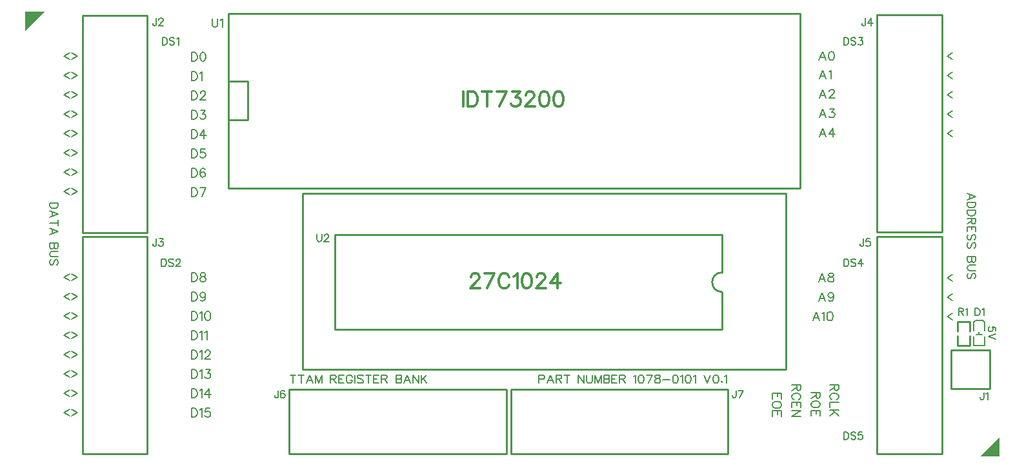
<source format=gto>
G04 Layer: TopSilkscreenLayer*
G04 EasyEDA v6.5.34, 2023-09-06 22:51:59*
G04 a86b413e394c4c25ad92b8d6a36629b7,5a6b42c53f6a479593ecc07194224c93,10*
G04 Gerber Generator version 0.2*
G04 Scale: 100 percent, Rotated: No, Reflected: No *
G04 Dimensions in millimeters *
G04 leading zeros omitted , absolute positions ,4 integer and 5 decimal *
%FSLAX45Y45*%
%MOMM*%

%ADD10C,0.1524*%
%ADD11C,0.3000*%
%ADD12C,0.2540*%
%ADD13C,0.1500*%

%LPD*%
D10*
X613135Y5217419D02*
G01*
X685777Y5258313D01*
X613135Y5299461D01*
X583161Y5217419D02*
G01*
X510263Y5258313D01*
X583161Y5299461D01*
X613135Y4963419D02*
G01*
X685777Y5004313D01*
X613135Y5045461D01*
X583161Y4963419D02*
G01*
X510263Y5004313D01*
X583161Y5045461D01*
X613135Y4709419D02*
G01*
X685777Y4750313D01*
X613135Y4791461D01*
X583161Y4709419D02*
G01*
X510263Y4750313D01*
X583161Y4791461D01*
X613135Y4455419D02*
G01*
X685777Y4496313D01*
X613135Y4537461D01*
X583161Y4455419D02*
G01*
X510263Y4496313D01*
X583161Y4537461D01*
X613135Y4201419D02*
G01*
X685777Y4242313D01*
X613135Y4283461D01*
X583161Y4201419D02*
G01*
X510263Y4242313D01*
X583161Y4283461D01*
X613135Y3947419D02*
G01*
X685777Y3988313D01*
X613135Y4029461D01*
X583161Y3947419D02*
G01*
X510263Y3988313D01*
X583161Y4029461D01*
X613135Y3693419D02*
G01*
X685777Y3734313D01*
X613135Y3775461D01*
X583161Y3693419D02*
G01*
X510263Y3734313D01*
X583161Y3775461D01*
X613135Y3439419D02*
G01*
X685777Y3480313D01*
X613135Y3521461D01*
X583161Y3439419D02*
G01*
X510263Y3480313D01*
X583161Y3521461D01*
X613158Y2309119D02*
G01*
X685805Y2350013D01*
X613158Y2391161D01*
X583189Y2309119D02*
G01*
X510291Y2350013D01*
X583189Y2391161D01*
X613158Y2055119D02*
G01*
X685805Y2096013D01*
X613158Y2137161D01*
X583189Y2055119D02*
G01*
X510291Y2096013D01*
X583189Y2137161D01*
X613158Y1801119D02*
G01*
X685805Y1842013D01*
X613158Y1883161D01*
X583189Y1801119D02*
G01*
X510291Y1842013D01*
X583189Y1883161D01*
X613158Y1547119D02*
G01*
X685805Y1588013D01*
X613158Y1629161D01*
X583189Y1547119D02*
G01*
X510291Y1588013D01*
X583189Y1629161D01*
X613158Y1293119D02*
G01*
X685805Y1334013D01*
X613158Y1375161D01*
X583189Y1293119D02*
G01*
X510291Y1334013D01*
X583189Y1375161D01*
X613158Y1039119D02*
G01*
X685805Y1080013D01*
X613158Y1121161D01*
X583189Y1039119D02*
G01*
X510291Y1080013D01*
X583189Y1121161D01*
X613158Y785119D02*
G01*
X685805Y826013D01*
X613158Y867161D01*
X583189Y785119D02*
G01*
X510291Y826013D01*
X583189Y867161D01*
X1721873Y5752350D02*
G01*
X1721873Y5679706D01*
X1717299Y5665990D01*
X1712729Y5661418D01*
X1703583Y5656846D01*
X1694695Y5656846D01*
X1685549Y5661418D01*
X1680979Y5665990D01*
X1676407Y5679706D01*
X1676407Y5688850D01*
X1756415Y5729744D02*
G01*
X1756415Y5734316D01*
X1760989Y5743206D01*
X1765559Y5747778D01*
X1774705Y5752350D01*
X1792739Y5752350D01*
X1801881Y5747778D01*
X1806455Y5743206D01*
X1811025Y5734316D01*
X1811025Y5725172D01*
X1806455Y5716028D01*
X1797309Y5702312D01*
X1751845Y5656846D01*
X1815599Y5656846D01*
X1721873Y2856750D02*
G01*
X1721873Y2784106D01*
X1717299Y2770390D01*
X1712729Y2765818D01*
X1703583Y2761246D01*
X1694695Y2761246D01*
X1685549Y2765818D01*
X1680979Y2770390D01*
X1676407Y2784106D01*
X1676407Y2793250D01*
X1760989Y2856750D02*
G01*
X1811025Y2856750D01*
X1783595Y2820428D01*
X1797309Y2820428D01*
X1806455Y2815856D01*
X1811025Y2811284D01*
X1815599Y2797822D01*
X1815599Y2788678D01*
X1811025Y2774962D01*
X1801881Y2765818D01*
X1788165Y2761246D01*
X1774705Y2761246D01*
X1760989Y2765818D01*
X1756415Y2770390D01*
X1751845Y2779534D01*
X613158Y531119D02*
G01*
X685805Y572013D01*
X613158Y613161D01*
X583189Y531119D02*
G01*
X510291Y572013D01*
X583189Y613161D01*
X1790705Y2590147D02*
G01*
X1790705Y2494643D01*
X1790705Y2590147D02*
G01*
X1822455Y2590147D01*
X1836171Y2585575D01*
X1845312Y2576431D01*
X1849887Y2567287D01*
X1854456Y2553825D01*
X1854456Y2530965D01*
X1849887Y2517249D01*
X1845312Y2508359D01*
X1836171Y2499215D01*
X1822455Y2494643D01*
X1790705Y2494643D01*
X1947928Y2576431D02*
G01*
X1938787Y2585575D01*
X1925322Y2590147D01*
X1907037Y2590147D01*
X1893321Y2585575D01*
X1884428Y2576431D01*
X1884428Y2567287D01*
X1889003Y2558397D01*
X1893321Y2553825D01*
X1902462Y2549253D01*
X1929897Y2540109D01*
X1938787Y2535537D01*
X1943356Y2530965D01*
X1947928Y2521821D01*
X1947928Y2508359D01*
X1938787Y2499215D01*
X1925322Y2494643D01*
X1907037Y2494643D01*
X1893321Y2499215D01*
X1884428Y2508359D01*
X1982472Y2567287D02*
G01*
X1982472Y2571859D01*
X1987047Y2581003D01*
X1991619Y2585575D01*
X2000763Y2590147D01*
X2018797Y2590147D01*
X2027938Y2585575D01*
X2032513Y2581003D01*
X2037085Y2571859D01*
X2037085Y2562715D01*
X2032513Y2553825D01*
X2023369Y2540109D01*
X1977903Y2494643D01*
X2041654Y2494643D01*
X1803430Y5498457D02*
G01*
X1803430Y5402953D01*
X1803430Y5498457D02*
G01*
X1835180Y5498457D01*
X1848896Y5493885D01*
X1858037Y5484741D01*
X1862612Y5475597D01*
X1866930Y5462135D01*
X1866930Y5439275D01*
X1862612Y5425559D01*
X1858037Y5416669D01*
X1848896Y5407525D01*
X1835180Y5402953D01*
X1803430Y5402953D01*
X1960653Y5484741D02*
G01*
X1951512Y5493885D01*
X1938047Y5498457D01*
X1919762Y5498457D01*
X1906046Y5493885D01*
X1897153Y5484741D01*
X1897153Y5475597D01*
X1901471Y5466707D01*
X1906046Y5462135D01*
X1915187Y5457563D01*
X1942622Y5448419D01*
X1951512Y5443847D01*
X1956081Y5439275D01*
X1960653Y5430131D01*
X1960653Y5416669D01*
X1951512Y5407525D01*
X1938047Y5402953D01*
X1919762Y5402953D01*
X1906046Y5407525D01*
X1897153Y5416669D01*
X1990628Y5480169D02*
G01*
X1999772Y5484741D01*
X2013488Y5498457D01*
X2013488Y5402953D01*
X2184400Y3524757D02*
G01*
X2184400Y3410204D01*
X2184400Y3524757D02*
G01*
X2222500Y3524757D01*
X2239009Y3519170D01*
X2249931Y3508247D01*
X2255265Y3497326D01*
X2260854Y3481070D01*
X2260854Y3453892D01*
X2255265Y3437381D01*
X2249931Y3426460D01*
X2239009Y3415537D01*
X2222500Y3410204D01*
X2184400Y3410204D01*
X2373122Y3524757D02*
G01*
X2318511Y3410204D01*
X2296668Y3524757D02*
G01*
X2373122Y3524757D01*
X2184400Y4032757D02*
G01*
X2184400Y3918204D01*
X2184400Y4032757D02*
G01*
X2222500Y4032757D01*
X2239009Y4027170D01*
X2249931Y4016247D01*
X2255265Y4005326D01*
X2260854Y3989070D01*
X2260854Y3961892D01*
X2255265Y3945381D01*
X2249931Y3934460D01*
X2239009Y3923537D01*
X2222500Y3918204D01*
X2184400Y3918204D01*
X2362200Y4032757D02*
G01*
X2307590Y4032757D01*
X2302256Y3983736D01*
X2307590Y3989070D01*
X2324100Y3994657D01*
X2340356Y3994657D01*
X2356865Y3989070D01*
X2367788Y3978147D01*
X2373122Y3961892D01*
X2373122Y3950970D01*
X2367788Y3934460D01*
X2356865Y3923537D01*
X2340356Y3918204D01*
X2324100Y3918204D01*
X2307590Y3923537D01*
X2302256Y3929126D01*
X2296668Y3940047D01*
X2184400Y5302757D02*
G01*
X2184400Y5188204D01*
X2184400Y5302757D02*
G01*
X2222500Y5302757D01*
X2239009Y5297170D01*
X2249931Y5286247D01*
X2255265Y5275326D01*
X2260854Y5259070D01*
X2260854Y5231892D01*
X2255265Y5215381D01*
X2249931Y5204460D01*
X2239009Y5193537D01*
X2222500Y5188204D01*
X2184400Y5188204D01*
X2329434Y5302757D02*
G01*
X2313177Y5297170D01*
X2302256Y5280913D01*
X2296668Y5253736D01*
X2296668Y5237226D01*
X2302256Y5210047D01*
X2313177Y5193537D01*
X2329434Y5188204D01*
X2340356Y5188204D01*
X2356865Y5193537D01*
X2367788Y5210047D01*
X2373122Y5237226D01*
X2373122Y5253736D01*
X2367788Y5280913D01*
X2356865Y5297170D01*
X2340356Y5302757D01*
X2329434Y5302757D01*
X2184400Y4286757D02*
G01*
X2184400Y4172204D01*
X2184400Y4286757D02*
G01*
X2222500Y4286757D01*
X2239009Y4281170D01*
X2249931Y4270247D01*
X2255265Y4259326D01*
X2260854Y4243070D01*
X2260854Y4215892D01*
X2255265Y4199381D01*
X2249931Y4188460D01*
X2239009Y4177537D01*
X2222500Y4172204D01*
X2184400Y4172204D01*
X2351277Y4286757D02*
G01*
X2296668Y4210304D01*
X2378456Y4210304D01*
X2351277Y4286757D02*
G01*
X2351277Y4172204D01*
X2184400Y4540757D02*
G01*
X2184400Y4426204D01*
X2184400Y4540757D02*
G01*
X2222500Y4540757D01*
X2239009Y4535170D01*
X2249931Y4524247D01*
X2255265Y4513326D01*
X2260854Y4497070D01*
X2260854Y4469892D01*
X2255265Y4453381D01*
X2249931Y4442460D01*
X2239009Y4431537D01*
X2222500Y4426204D01*
X2184400Y4426204D01*
X2307590Y4540757D02*
G01*
X2367788Y4540757D01*
X2335022Y4497070D01*
X2351277Y4497070D01*
X2362200Y4491736D01*
X2367788Y4486147D01*
X2373122Y4469892D01*
X2373122Y4458970D01*
X2367788Y4442460D01*
X2356865Y4431537D01*
X2340356Y4426204D01*
X2324100Y4426204D01*
X2307590Y4431537D01*
X2302256Y4437126D01*
X2296668Y4448047D01*
X2184400Y4794757D02*
G01*
X2184400Y4680204D01*
X2184400Y4794757D02*
G01*
X2222500Y4794757D01*
X2239009Y4789170D01*
X2249931Y4778247D01*
X2255265Y4767326D01*
X2260854Y4751070D01*
X2260854Y4723892D01*
X2255265Y4707381D01*
X2249931Y4696460D01*
X2239009Y4685537D01*
X2222500Y4680204D01*
X2184400Y4680204D01*
X2302256Y4767326D02*
G01*
X2302256Y4772913D01*
X2307590Y4783836D01*
X2313177Y4789170D01*
X2324100Y4794757D01*
X2345943Y4794757D01*
X2356865Y4789170D01*
X2362200Y4783836D01*
X2367788Y4772913D01*
X2367788Y4761992D01*
X2362200Y4751070D01*
X2351277Y4734813D01*
X2296668Y4680204D01*
X2373122Y4680204D01*
X2184400Y5048757D02*
G01*
X2184400Y4934204D01*
X2184400Y5048757D02*
G01*
X2222500Y5048757D01*
X2239009Y5043170D01*
X2249931Y5032247D01*
X2255265Y5021326D01*
X2260854Y5005070D01*
X2260854Y4977892D01*
X2255265Y4961381D01*
X2249931Y4950460D01*
X2239009Y4939537D01*
X2222500Y4934204D01*
X2184400Y4934204D01*
X2296668Y5026913D02*
G01*
X2307590Y5032247D01*
X2324100Y5048757D01*
X2324100Y4934204D01*
X2184400Y3778757D02*
G01*
X2184400Y3664204D01*
X2184400Y3778757D02*
G01*
X2222500Y3778757D01*
X2239009Y3773170D01*
X2249931Y3762247D01*
X2255265Y3751326D01*
X2260854Y3735070D01*
X2260854Y3707892D01*
X2255265Y3691381D01*
X2249931Y3680460D01*
X2239009Y3669537D01*
X2222500Y3664204D01*
X2184400Y3664204D01*
X2362200Y3762247D02*
G01*
X2356865Y3773170D01*
X2340356Y3778757D01*
X2329434Y3778757D01*
X2313177Y3773170D01*
X2302256Y3756913D01*
X2296668Y3729736D01*
X2296668Y3702304D01*
X2302256Y3680460D01*
X2313177Y3669537D01*
X2329434Y3664204D01*
X2335022Y3664204D01*
X2351277Y3669537D01*
X2362200Y3680460D01*
X2367788Y3696970D01*
X2367788Y3702304D01*
X2362200Y3718813D01*
X2351277Y3729736D01*
X2335022Y3735070D01*
X2329434Y3735070D01*
X2313177Y3729736D01*
X2302256Y3718813D01*
X2296668Y3702304D01*
X2184400Y883157D02*
G01*
X2184400Y768604D01*
X2184400Y883157D02*
G01*
X2222500Y883157D01*
X2239009Y877570D01*
X2249931Y866647D01*
X2255265Y855726D01*
X2260854Y839470D01*
X2260854Y812292D01*
X2255265Y795781D01*
X2249931Y784860D01*
X2239009Y773937D01*
X2222500Y768604D01*
X2184400Y768604D01*
X2296668Y861313D02*
G01*
X2307590Y866647D01*
X2324100Y883157D01*
X2324100Y768604D01*
X2414524Y883157D02*
G01*
X2359913Y806704D01*
X2441956Y806704D01*
X2414524Y883157D02*
G01*
X2414524Y768604D01*
X2184400Y2153157D02*
G01*
X2184400Y2038604D01*
X2184400Y2153157D02*
G01*
X2222500Y2153157D01*
X2239009Y2147570D01*
X2249931Y2136647D01*
X2255265Y2125726D01*
X2260854Y2109470D01*
X2260854Y2082292D01*
X2255265Y2065781D01*
X2249931Y2054860D01*
X2239009Y2043937D01*
X2222500Y2038604D01*
X2184400Y2038604D01*
X2367788Y2115057D02*
G01*
X2362200Y2098547D01*
X2351277Y2087626D01*
X2335022Y2082292D01*
X2329434Y2082292D01*
X2313177Y2087626D01*
X2302256Y2098547D01*
X2296668Y2115057D01*
X2296668Y2120392D01*
X2302256Y2136647D01*
X2313177Y2147570D01*
X2329434Y2153157D01*
X2335022Y2153157D01*
X2351277Y2147570D01*
X2362200Y2136647D01*
X2367788Y2115057D01*
X2367788Y2087626D01*
X2362200Y2060447D01*
X2351277Y2043937D01*
X2335022Y2038604D01*
X2324100Y2038604D01*
X2307590Y2043937D01*
X2302256Y2054860D01*
X2184400Y1899157D02*
G01*
X2184400Y1784604D01*
X2184400Y1899157D02*
G01*
X2222500Y1899157D01*
X2239009Y1893570D01*
X2249931Y1882647D01*
X2255265Y1871726D01*
X2260854Y1855470D01*
X2260854Y1828292D01*
X2255265Y1811781D01*
X2249931Y1800860D01*
X2239009Y1789937D01*
X2222500Y1784604D01*
X2184400Y1784604D01*
X2296668Y1877313D02*
G01*
X2307590Y1882647D01*
X2324100Y1899157D01*
X2324100Y1784604D01*
X2392679Y1899157D02*
G01*
X2376424Y1893570D01*
X2365502Y1877313D01*
X2359913Y1850136D01*
X2359913Y1833626D01*
X2365502Y1806447D01*
X2376424Y1789937D01*
X2392679Y1784604D01*
X2403602Y1784604D01*
X2420111Y1789937D01*
X2431034Y1806447D01*
X2436368Y1833626D01*
X2436368Y1850136D01*
X2431034Y1877313D01*
X2420111Y1893570D01*
X2403602Y1899157D01*
X2392679Y1899157D01*
X2184400Y1645157D02*
G01*
X2184400Y1530604D01*
X2184400Y1645157D02*
G01*
X2222500Y1645157D01*
X2239009Y1639570D01*
X2249931Y1628647D01*
X2255265Y1617726D01*
X2260854Y1601470D01*
X2260854Y1574292D01*
X2255265Y1557781D01*
X2249931Y1546860D01*
X2239009Y1535937D01*
X2222500Y1530604D01*
X2184400Y1530604D01*
X2296668Y1623313D02*
G01*
X2307590Y1628647D01*
X2324100Y1645157D01*
X2324100Y1530604D01*
X2359913Y1623313D02*
G01*
X2370836Y1628647D01*
X2387345Y1645157D01*
X2387345Y1530604D01*
X2184400Y1391157D02*
G01*
X2184400Y1276604D01*
X2184400Y1391157D02*
G01*
X2222500Y1391157D01*
X2239009Y1385570D01*
X2249931Y1374647D01*
X2255265Y1363726D01*
X2260854Y1347470D01*
X2260854Y1320292D01*
X2255265Y1303781D01*
X2249931Y1292860D01*
X2239009Y1281937D01*
X2222500Y1276604D01*
X2184400Y1276604D01*
X2296668Y1369313D02*
G01*
X2307590Y1374647D01*
X2324100Y1391157D01*
X2324100Y1276604D01*
X2365502Y1363726D02*
G01*
X2365502Y1369313D01*
X2370836Y1380236D01*
X2376424Y1385570D01*
X2387345Y1391157D01*
X2409190Y1391157D01*
X2420111Y1385570D01*
X2425445Y1380236D01*
X2431034Y1369313D01*
X2431034Y1358392D01*
X2425445Y1347470D01*
X2414524Y1331213D01*
X2359913Y1276604D01*
X2436368Y1276604D01*
X2184400Y2407157D02*
G01*
X2184400Y2292604D01*
X2184400Y2407157D02*
G01*
X2222500Y2407157D01*
X2239009Y2401570D01*
X2249931Y2390647D01*
X2255265Y2379726D01*
X2260854Y2363470D01*
X2260854Y2336292D01*
X2255265Y2319781D01*
X2249931Y2308860D01*
X2239009Y2297937D01*
X2222500Y2292604D01*
X2184400Y2292604D01*
X2324100Y2407157D02*
G01*
X2307590Y2401570D01*
X2302256Y2390647D01*
X2302256Y2379726D01*
X2307590Y2369057D01*
X2318511Y2363470D01*
X2340356Y2358136D01*
X2356865Y2352547D01*
X2367788Y2341626D01*
X2373122Y2330704D01*
X2373122Y2314447D01*
X2367788Y2303526D01*
X2362200Y2297937D01*
X2345943Y2292604D01*
X2324100Y2292604D01*
X2307590Y2297937D01*
X2302256Y2303526D01*
X2296668Y2314447D01*
X2296668Y2330704D01*
X2302256Y2341626D01*
X2313177Y2352547D01*
X2329434Y2358136D01*
X2351277Y2363470D01*
X2362200Y2369057D01*
X2367788Y2379726D01*
X2367788Y2390647D01*
X2362200Y2401570D01*
X2345943Y2407157D01*
X2324100Y2407157D01*
X2184400Y1137157D02*
G01*
X2184400Y1022604D01*
X2184400Y1137157D02*
G01*
X2222500Y1137157D01*
X2239009Y1131570D01*
X2249931Y1120647D01*
X2255265Y1109726D01*
X2260854Y1093470D01*
X2260854Y1066292D01*
X2255265Y1049781D01*
X2249931Y1038860D01*
X2239009Y1027937D01*
X2222500Y1022604D01*
X2184400Y1022604D01*
X2296668Y1115313D02*
G01*
X2307590Y1120647D01*
X2324100Y1137157D01*
X2324100Y1022604D01*
X2370836Y1137157D02*
G01*
X2431034Y1137157D01*
X2398268Y1093470D01*
X2414524Y1093470D01*
X2425445Y1088136D01*
X2431034Y1082547D01*
X2436368Y1066292D01*
X2436368Y1055370D01*
X2431034Y1038860D01*
X2420111Y1027937D01*
X2403602Y1022604D01*
X2387345Y1022604D01*
X2370836Y1027937D01*
X2365502Y1033526D01*
X2359913Y1044447D01*
X2184400Y629157D02*
G01*
X2184400Y514604D01*
X2184400Y629157D02*
G01*
X2222500Y629157D01*
X2239009Y623570D01*
X2249931Y612647D01*
X2255265Y601726D01*
X2260854Y585470D01*
X2260854Y558292D01*
X2255265Y541781D01*
X2249931Y530860D01*
X2239009Y519937D01*
X2222500Y514604D01*
X2184400Y514604D01*
X2296668Y607313D02*
G01*
X2307590Y612647D01*
X2324100Y629157D01*
X2324100Y514604D01*
X2425445Y629157D02*
G01*
X2370836Y629157D01*
X2365502Y580136D01*
X2370836Y585470D01*
X2387345Y591057D01*
X2403602Y591057D01*
X2420111Y585470D01*
X2431034Y574547D01*
X2436368Y558292D01*
X2436368Y547370D01*
X2431034Y530860D01*
X2420111Y519937D01*
X2403602Y514604D01*
X2387345Y514604D01*
X2370836Y519937D01*
X2365502Y525526D01*
X2359913Y536447D01*
X12172950Y1877568D02*
G01*
X12100306Y1836673D01*
X12172950Y1795526D01*
X12172950Y2131568D02*
G01*
X12100306Y2090673D01*
X12172950Y2049526D01*
X12172950Y2385568D02*
G01*
X12100306Y2344673D01*
X12172950Y2303526D01*
X12172950Y4277868D02*
G01*
X12100306Y4236973D01*
X12172950Y4195826D01*
X12172950Y4531868D02*
G01*
X12100306Y4490973D01*
X12172950Y4449826D01*
X12172950Y4785868D02*
G01*
X12100306Y4744973D01*
X12172950Y4703826D01*
X12172950Y5039868D02*
G01*
X12100306Y4998973D01*
X12172950Y4957826D01*
X10744200Y2589529D02*
G01*
X10744200Y2494026D01*
X10744200Y2589529D02*
G01*
X10775950Y2589529D01*
X10789665Y2584957D01*
X10798809Y2576068D01*
X10803381Y2566923D01*
X10807700Y2553207D01*
X10807700Y2530602D01*
X10803381Y2516886D01*
X10798809Y2507742D01*
X10789665Y2498597D01*
X10775950Y2494026D01*
X10744200Y2494026D01*
X10901425Y2576068D02*
G01*
X10892281Y2584957D01*
X10878820Y2589529D01*
X10860531Y2589529D01*
X10846815Y2584957D01*
X10837925Y2576068D01*
X10837925Y2566923D01*
X10842243Y2557779D01*
X10846815Y2553207D01*
X10855959Y2548636D01*
X10883391Y2539492D01*
X10892281Y2535173D01*
X10896854Y2530602D01*
X10901425Y2521457D01*
X10901425Y2507742D01*
X10892281Y2498597D01*
X10878820Y2494026D01*
X10860531Y2494026D01*
X10846815Y2498597D01*
X10837925Y2507742D01*
X10976863Y2589529D02*
G01*
X10931397Y2526029D01*
X10999724Y2526029D01*
X10976863Y2589529D02*
G01*
X10976863Y2494026D01*
X10744200Y5497829D02*
G01*
X10744200Y5402326D01*
X10744200Y5497829D02*
G01*
X10775950Y5497829D01*
X10789665Y5493257D01*
X10798809Y5484368D01*
X10803381Y5475223D01*
X10807700Y5461507D01*
X10807700Y5438902D01*
X10803381Y5425186D01*
X10798809Y5416042D01*
X10789665Y5406897D01*
X10775950Y5402326D01*
X10744200Y5402326D01*
X10901425Y5484368D02*
G01*
X10892281Y5493257D01*
X10878820Y5497829D01*
X10860531Y5497829D01*
X10846815Y5493257D01*
X10837925Y5484368D01*
X10837925Y5475223D01*
X10842243Y5466079D01*
X10846815Y5461507D01*
X10855959Y5456936D01*
X10883391Y5447792D01*
X10892281Y5443473D01*
X10896854Y5438902D01*
X10901425Y5429757D01*
X10901425Y5416042D01*
X10892281Y5406897D01*
X10878820Y5402326D01*
X10860531Y5402326D01*
X10846815Y5406897D01*
X10837925Y5416042D01*
X10940541Y5497829D02*
G01*
X10990579Y5497829D01*
X10963147Y5461507D01*
X10976863Y5461507D01*
X10986008Y5456936D01*
X10990579Y5452363D01*
X10995152Y5438902D01*
X10995152Y5429757D01*
X10990579Y5416042D01*
X10981436Y5406897D01*
X10967720Y5402326D01*
X10954258Y5402326D01*
X10940541Y5406897D01*
X10935970Y5411470D01*
X10931397Y5420613D01*
X12734533Y1646699D02*
G01*
X12734533Y1692165D01*
X12693639Y1696737D01*
X12698211Y1692165D01*
X12702783Y1678703D01*
X12702783Y1664987D01*
X12698211Y1651271D01*
X12689067Y1642127D01*
X12675605Y1637555D01*
X12666461Y1637555D01*
X12652745Y1642127D01*
X12643601Y1651271D01*
X12639029Y1664987D01*
X12639029Y1678703D01*
X12643601Y1692165D01*
X12648173Y1696737D01*
X12657317Y1701309D01*
X12734533Y1607583D02*
G01*
X12639029Y1571261D01*
X12734533Y1534939D02*
G01*
X12639029Y1571261D01*
X12580340Y836932D02*
G01*
X12580340Y764288D01*
X12575768Y750572D01*
X12571196Y746000D01*
X12562052Y741428D01*
X12553162Y741428D01*
X12544018Y746000D01*
X12539446Y750572D01*
X12534874Y764288D01*
X12534874Y773432D01*
X12610312Y818898D02*
G01*
X12619456Y823470D01*
X12633172Y836932D01*
X12633172Y741428D01*
X12172950Y5293868D02*
G01*
X12100306Y5252973D01*
X12172950Y5211826D01*
X11028172Y5751829D02*
G01*
X11028172Y5679186D01*
X11023600Y5665470D01*
X11019027Y5660897D01*
X11009884Y5656326D01*
X11000993Y5656326D01*
X10991850Y5660897D01*
X10987277Y5665470D01*
X10982706Y5679186D01*
X10982706Y5688329D01*
X11103609Y5751829D02*
G01*
X11058143Y5688329D01*
X11126215Y5688329D01*
X11103609Y5751829D02*
G01*
X11103609Y5656326D01*
X11002772Y2856229D02*
G01*
X11002772Y2783586D01*
X10998200Y2769870D01*
X10993627Y2765297D01*
X10984484Y2760726D01*
X10975593Y2760726D01*
X10966450Y2765297D01*
X10961877Y2769870D01*
X10957306Y2783586D01*
X10957306Y2792729D01*
X11087354Y2856229D02*
G01*
X11041888Y2856229D01*
X11037315Y2815336D01*
X11041888Y2819907D01*
X11055604Y2824479D01*
X11069065Y2824479D01*
X11082781Y2819907D01*
X11091925Y2810763D01*
X11096497Y2797302D01*
X11096497Y2788157D01*
X11091925Y2774442D01*
X11082781Y2765297D01*
X11069065Y2760726D01*
X11055604Y2760726D01*
X11041888Y2765297D01*
X11037315Y2769870D01*
X11032743Y2779013D01*
X10464038Y5315712D02*
G01*
X10420350Y5201157D01*
X10464038Y5315712D02*
G01*
X10507472Y5201157D01*
X10436606Y5239257D02*
G01*
X10491215Y5239257D01*
X10576306Y5315712D02*
G01*
X10560050Y5310378D01*
X10549127Y5293868D01*
X10543540Y5266689D01*
X10543540Y5250179D01*
X10549127Y5223002D01*
X10560050Y5206745D01*
X10576306Y5201157D01*
X10587227Y5201157D01*
X10603484Y5206745D01*
X10614406Y5223002D01*
X10619993Y5250179D01*
X10619993Y5266689D01*
X10614406Y5293868D01*
X10603484Y5310378D01*
X10587227Y5315712D01*
X10576306Y5315712D01*
X10470388Y5071618D02*
G01*
X10426700Y4957063D01*
X10470388Y5071618D02*
G01*
X10513822Y4957063D01*
X10442956Y4995418D02*
G01*
X10497565Y4995418D01*
X10549890Y5049773D02*
G01*
X10560811Y5055362D01*
X10577322Y5071618D01*
X10577322Y4957063D01*
X10470388Y4817618D02*
G01*
X10426700Y4703063D01*
X10470388Y4817618D02*
G01*
X10513822Y4703063D01*
X10442956Y4741418D02*
G01*
X10497565Y4741418D01*
X10555477Y4790439D02*
G01*
X10555477Y4795773D01*
X10560811Y4806695D01*
X10566400Y4812284D01*
X10577322Y4817618D01*
X10598911Y4817618D01*
X10609834Y4812284D01*
X10615422Y4806695D01*
X10620756Y4795773D01*
X10620756Y4784852D01*
X10615422Y4773929D01*
X10604500Y4757673D01*
X10549890Y4703063D01*
X10626343Y4703063D01*
X10470388Y4563618D02*
G01*
X10426700Y4449063D01*
X10470388Y4563618D02*
G01*
X10513822Y4449063D01*
X10442956Y4487418D02*
G01*
X10497565Y4487418D01*
X10560811Y4563618D02*
G01*
X10620756Y4563618D01*
X10588243Y4519929D01*
X10604500Y4519929D01*
X10615422Y4514595D01*
X10620756Y4509007D01*
X10626343Y4492752D01*
X10626343Y4481829D01*
X10620756Y4465573D01*
X10609834Y4454652D01*
X10593577Y4449063D01*
X10577322Y4449063D01*
X10560811Y4454652D01*
X10555477Y4459986D01*
X10549890Y4470907D01*
X10470388Y4309618D02*
G01*
X10426700Y4195063D01*
X10470388Y4309618D02*
G01*
X10513822Y4195063D01*
X10442956Y4233418D02*
G01*
X10497565Y4233418D01*
X10604500Y4309618D02*
G01*
X10549890Y4233418D01*
X10631677Y4233418D01*
X10604500Y4309618D02*
G01*
X10604500Y4195063D01*
X10381488Y1896618D02*
G01*
X10337800Y1782063D01*
X10381488Y1896618D02*
G01*
X10424922Y1782063D01*
X10354056Y1820418D02*
G01*
X10408665Y1820418D01*
X10460990Y1874773D02*
G01*
X10471911Y1880362D01*
X10488422Y1896618D01*
X10488422Y1782063D01*
X10557002Y1896618D02*
G01*
X10540745Y1891284D01*
X10529824Y1874773D01*
X10524236Y1847595D01*
X10524236Y1831339D01*
X10529824Y1803907D01*
X10540745Y1787652D01*
X10557002Y1782063D01*
X10567924Y1782063D01*
X10584434Y1787652D01*
X10595102Y1803907D01*
X10600690Y1831339D01*
X10600690Y1847595D01*
X10595102Y1874773D01*
X10584434Y1891284D01*
X10567924Y1896618D01*
X10557002Y1896618D01*
X10457688Y2150618D02*
G01*
X10414000Y2036063D01*
X10457688Y2150618D02*
G01*
X10501122Y2036063D01*
X10430256Y2074418D02*
G01*
X10484865Y2074418D01*
X10608056Y2112518D02*
G01*
X10602722Y2096007D01*
X10591800Y2085339D01*
X10575543Y2079752D01*
X10569956Y2079752D01*
X10553700Y2085339D01*
X10542777Y2096007D01*
X10537190Y2112518D01*
X10537190Y2117852D01*
X10542777Y2134362D01*
X10553700Y2145284D01*
X10569956Y2150618D01*
X10575543Y2150618D01*
X10591800Y2145284D01*
X10602722Y2134362D01*
X10608056Y2112518D01*
X10608056Y2085339D01*
X10602722Y2057907D01*
X10591800Y2041652D01*
X10575543Y2036063D01*
X10564622Y2036063D01*
X10548111Y2041652D01*
X10542777Y2052573D01*
X10457688Y2404618D02*
G01*
X10414000Y2290063D01*
X10457688Y2404618D02*
G01*
X10501122Y2290063D01*
X10430256Y2328418D02*
G01*
X10484865Y2328418D01*
X10564622Y2404618D02*
G01*
X10548111Y2399284D01*
X10542777Y2388362D01*
X10542777Y2377439D01*
X10548111Y2366518D01*
X10559034Y2360929D01*
X10580877Y2355595D01*
X10597134Y2350007D01*
X10608056Y2339339D01*
X10613643Y2328418D01*
X10613643Y2311907D01*
X10608056Y2300986D01*
X10602722Y2295652D01*
X10586211Y2290063D01*
X10564622Y2290063D01*
X10548111Y2295652D01*
X10542777Y2300986D01*
X10537190Y2311907D01*
X10537190Y2328418D01*
X10542777Y2339339D01*
X10553700Y2350007D01*
X10569956Y2355595D01*
X10591800Y2360929D01*
X10602722Y2366518D01*
X10608056Y2377439D01*
X10608056Y2388362D01*
X10602722Y2399284D01*
X10586211Y2404618D01*
X10564622Y2404618D01*
X9329165Y862329D02*
G01*
X9329165Y789686D01*
X9324593Y775970D01*
X9320022Y771397D01*
X9310877Y766826D01*
X9301734Y766826D01*
X9292843Y771397D01*
X9288272Y775970D01*
X9283700Y789686D01*
X9283700Y798829D01*
X9422891Y862329D02*
G01*
X9377425Y766826D01*
X9359138Y862329D02*
G01*
X9422891Y862329D01*
X3322065Y862329D02*
G01*
X3322065Y789686D01*
X3317493Y775970D01*
X3312922Y771397D01*
X3303777Y766826D01*
X3294888Y766826D01*
X3285743Y771397D01*
X3281172Y775970D01*
X3276600Y789686D01*
X3276600Y798829D01*
X3406647Y848868D02*
G01*
X3402075Y857757D01*
X3388359Y862329D01*
X3379215Y862329D01*
X3365754Y857757D01*
X3356609Y844295D01*
X3352038Y821436D01*
X3352038Y798829D01*
X3356609Y780542D01*
X3365754Y771397D01*
X3379215Y766826D01*
X3383788Y766826D01*
X3397504Y771397D01*
X3406647Y780542D01*
X3411220Y794257D01*
X3411220Y798829D01*
X3406647Y812292D01*
X3397504Y821436D01*
X3383788Y826007D01*
X3379215Y826007D01*
X3365754Y821436D01*
X3356609Y812292D01*
X3352038Y798829D01*
D11*
X5753100Y4786629D02*
G01*
X5753100Y4595621D01*
X5813043Y4786629D02*
G01*
X5813043Y4595621D01*
X5813043Y4786629D02*
G01*
X5876797Y4786629D01*
X5903975Y4777486D01*
X5922263Y4759197D01*
X5931408Y4741163D01*
X5940297Y4713731D01*
X5940297Y4668265D01*
X5931408Y4641087D01*
X5922263Y4622800D01*
X5903975Y4604765D01*
X5876797Y4595621D01*
X5813043Y4595621D01*
X6063995Y4786629D02*
G01*
X6063995Y4595621D01*
X6000495Y4786629D02*
G01*
X6127750Y4786629D01*
X6314947Y4786629D02*
G01*
X6224015Y4595621D01*
X6187693Y4786629D02*
G01*
X6314947Y4786629D01*
X6393179Y4786629D02*
G01*
X6493002Y4786629D01*
X6438645Y4713731D01*
X6465824Y4713731D01*
X6484111Y4704587D01*
X6493002Y4695697D01*
X6502145Y4668265D01*
X6502145Y4650231D01*
X6493002Y4622800D01*
X6474968Y4604765D01*
X6447536Y4595621D01*
X6420358Y4595621D01*
X6393179Y4604765D01*
X6384036Y4613910D01*
X6374891Y4631944D01*
X6571234Y4741163D02*
G01*
X6571234Y4750054D01*
X6580377Y4768342D01*
X6589522Y4777486D01*
X6607556Y4786629D01*
X6644131Y4786629D01*
X6662165Y4777486D01*
X6671309Y4768342D01*
X6680454Y4750054D01*
X6680454Y4732020D01*
X6671309Y4713731D01*
X6653022Y4686554D01*
X6562090Y4595621D01*
X6689343Y4595621D01*
X6803897Y4786629D02*
G01*
X6776720Y4777486D01*
X6758431Y4750054D01*
X6749541Y4704587D01*
X6749541Y4677410D01*
X6758431Y4631944D01*
X6776720Y4604765D01*
X6803897Y4595621D01*
X6822186Y4595621D01*
X6849363Y4604765D01*
X6867652Y4631944D01*
X6876795Y4677410D01*
X6876795Y4704587D01*
X6867652Y4750054D01*
X6849363Y4777486D01*
X6822186Y4786629D01*
X6803897Y4786629D01*
X6991350Y4786629D02*
G01*
X6963918Y4777486D01*
X6945884Y4750054D01*
X6936740Y4704587D01*
X6936740Y4677410D01*
X6945884Y4631944D01*
X6963918Y4604765D01*
X6991350Y4595621D01*
X7009384Y4595621D01*
X7036815Y4604765D01*
X7054850Y4631944D01*
X7063993Y4677410D01*
X7063993Y4704587D01*
X7054850Y4750054D01*
X7036815Y4777486D01*
X7009384Y4786629D01*
X6991350Y4786629D01*
X5851143Y2353563D02*
G01*
X5851143Y2362454D01*
X5860288Y2380742D01*
X5869177Y2389886D01*
X5887465Y2399029D01*
X5923788Y2399029D01*
X5942075Y2389886D01*
X5950965Y2380742D01*
X5960109Y2362454D01*
X5960109Y2344420D01*
X5950965Y2326131D01*
X5932931Y2298954D01*
X5842000Y2208021D01*
X5969254Y2208021D01*
X6156452Y2399029D02*
G01*
X6065520Y2208021D01*
X6029197Y2399029D02*
G01*
X6156452Y2399029D01*
X6352793Y2353563D02*
G01*
X6343904Y2371597D01*
X6325615Y2389886D01*
X6307327Y2399029D01*
X6271006Y2399029D01*
X6252972Y2389886D01*
X6234684Y2371597D01*
X6225540Y2353563D01*
X6216650Y2326131D01*
X6216650Y2280665D01*
X6225540Y2253487D01*
X6234684Y2235200D01*
X6252972Y2217165D01*
X6271006Y2208021D01*
X6307327Y2208021D01*
X6325615Y2217165D01*
X6343904Y2235200D01*
X6352793Y2253487D01*
X6412991Y2362454D02*
G01*
X6431025Y2371597D01*
X6458458Y2399029D01*
X6458458Y2208021D01*
X6573011Y2399029D02*
G01*
X6545579Y2389886D01*
X6527545Y2362454D01*
X6518402Y2316987D01*
X6518402Y2289810D01*
X6527545Y2244344D01*
X6545579Y2217165D01*
X6573011Y2208021D01*
X6591045Y2208021D01*
X6618477Y2217165D01*
X6636511Y2244344D01*
X6645656Y2289810D01*
X6645656Y2316987D01*
X6636511Y2362454D01*
X6618477Y2389886D01*
X6591045Y2399029D01*
X6573011Y2399029D01*
X6714743Y2353563D02*
G01*
X6714743Y2362454D01*
X6723888Y2380742D01*
X6733031Y2389886D01*
X6751065Y2399029D01*
X6787388Y2399029D01*
X6805675Y2389886D01*
X6814820Y2380742D01*
X6823709Y2362454D01*
X6823709Y2344420D01*
X6814820Y2326131D01*
X6796531Y2298954D01*
X6705600Y2208021D01*
X6832854Y2208021D01*
X6983729Y2399029D02*
G01*
X6892797Y2271521D01*
X7029195Y2271521D01*
X6983729Y2399029D02*
G01*
X6983729Y2208021D01*
D10*
X9925552Y825497D02*
G01*
X9810998Y825497D01*
X9925552Y825497D02*
G01*
X9925552Y754631D01*
X9870942Y825497D02*
G01*
X9870942Y781809D01*
X9810998Y825497D02*
G01*
X9810998Y754631D01*
X9925552Y685797D02*
G01*
X9919964Y696719D01*
X9909042Y707641D01*
X9898120Y713229D01*
X9881864Y718563D01*
X9854686Y718563D01*
X9838176Y713229D01*
X9827254Y707641D01*
X9816332Y696719D01*
X9810998Y685797D01*
X9810998Y663953D01*
X9816332Y653031D01*
X9827254Y642109D01*
X9838176Y636775D01*
X9854686Y631441D01*
X9881864Y631441D01*
X9898120Y636775D01*
X9909042Y642109D01*
X9919964Y653031D01*
X9925552Y663953D01*
X9925552Y685797D01*
X9925552Y595373D02*
G01*
X9810998Y595373D01*
X9925552Y595373D02*
G01*
X9925552Y524507D01*
X9870942Y595373D02*
G01*
X9870942Y551685D01*
X9810998Y595373D02*
G01*
X9810998Y524507D01*
X10179552Y939797D02*
G01*
X10064998Y939797D01*
X10179552Y939797D02*
G01*
X10179552Y890775D01*
X10173964Y874265D01*
X10168630Y868931D01*
X10157708Y863343D01*
X10146786Y863343D01*
X10135864Y868931D01*
X10130276Y874265D01*
X10124942Y890775D01*
X10124942Y939797D01*
X10124942Y901697D02*
G01*
X10064998Y863343D01*
X10152120Y745741D02*
G01*
X10163042Y751075D01*
X10173964Y761997D01*
X10179552Y772919D01*
X10179552Y794763D01*
X10173964Y805685D01*
X10163042Y816607D01*
X10152120Y821941D01*
X10135864Y827529D01*
X10108686Y827529D01*
X10092176Y821941D01*
X10081254Y816607D01*
X10070332Y805685D01*
X10064998Y794763D01*
X10064998Y772919D01*
X10070332Y761997D01*
X10081254Y751075D01*
X10092176Y745741D01*
X10179552Y709673D02*
G01*
X10064998Y709673D01*
X10179552Y709673D02*
G01*
X10179552Y638807D01*
X10124942Y709673D02*
G01*
X10124942Y665985D01*
X10064998Y709673D02*
G01*
X10064998Y638807D01*
X10179552Y602739D02*
G01*
X10064998Y602739D01*
X10179552Y602739D02*
G01*
X10064998Y526285D01*
X10179552Y526285D02*
G01*
X10064998Y526285D01*
X10433552Y838197D02*
G01*
X10318998Y838197D01*
X10433552Y838197D02*
G01*
X10433552Y789175D01*
X10427964Y772665D01*
X10422630Y767331D01*
X10411708Y761743D01*
X10400786Y761743D01*
X10389864Y767331D01*
X10384276Y772665D01*
X10378942Y789175D01*
X10378942Y838197D01*
X10378942Y800097D02*
G01*
X10318998Y761743D01*
X10433552Y693163D02*
G01*
X10427964Y704085D01*
X10417042Y715007D01*
X10406120Y720341D01*
X10389864Y725929D01*
X10362686Y725929D01*
X10346176Y720341D01*
X10335254Y715007D01*
X10324332Y704085D01*
X10318998Y693163D01*
X10318998Y671319D01*
X10324332Y660397D01*
X10335254Y649475D01*
X10346176Y644141D01*
X10362686Y638553D01*
X10389864Y638553D01*
X10406120Y644141D01*
X10417042Y649475D01*
X10427964Y660397D01*
X10433552Y671319D01*
X10433552Y693163D01*
X10433552Y602485D02*
G01*
X10318998Y602485D01*
X10433552Y602485D02*
G01*
X10433552Y531619D01*
X10378942Y602485D02*
G01*
X10378942Y559051D01*
X10318998Y602485D02*
G01*
X10318998Y531619D01*
X10674852Y939772D02*
G01*
X10560298Y939772D01*
X10674852Y939772D02*
G01*
X10674852Y890750D01*
X10669264Y874240D01*
X10663930Y868906D01*
X10653008Y863318D01*
X10642086Y863318D01*
X10631164Y868906D01*
X10625576Y874240D01*
X10620242Y890750D01*
X10620242Y939772D01*
X10620242Y901672D02*
G01*
X10560298Y863318D01*
X10647420Y745716D02*
G01*
X10658342Y751050D01*
X10669264Y761972D01*
X10674852Y772894D01*
X10674852Y794738D01*
X10669264Y805660D01*
X10658342Y816582D01*
X10647420Y821916D01*
X10631164Y827504D01*
X10603986Y827504D01*
X10587476Y821916D01*
X10576554Y816582D01*
X10565632Y805660D01*
X10560298Y794738D01*
X10560298Y772894D01*
X10565632Y761972D01*
X10576554Y751050D01*
X10587476Y745716D01*
X10674852Y709648D02*
G01*
X10560298Y709648D01*
X10560298Y709648D02*
G01*
X10560298Y644116D01*
X10674852Y608048D02*
G01*
X10560298Y608048D01*
X10674852Y531848D02*
G01*
X10598398Y608048D01*
X10625576Y580870D02*
G01*
X10560298Y531848D01*
X10744200Y316737D02*
G01*
X10744200Y221234D01*
X10744200Y316737D02*
G01*
X10775950Y316737D01*
X10789665Y312165D01*
X10798809Y303276D01*
X10803381Y294131D01*
X10807954Y280415D01*
X10807954Y257810D01*
X10803381Y244094D01*
X10798809Y234950D01*
X10789665Y225805D01*
X10775950Y221234D01*
X10744200Y221234D01*
X10901425Y303276D02*
G01*
X10892281Y312165D01*
X10878820Y316737D01*
X10860531Y316737D01*
X10846815Y312165D01*
X10837925Y303276D01*
X10837925Y294131D01*
X10842497Y284987D01*
X10846815Y280415D01*
X10855959Y275844D01*
X10883391Y266700D01*
X10892281Y262381D01*
X10896854Y257810D01*
X10901425Y248665D01*
X10901425Y234950D01*
X10892281Y225805D01*
X10878820Y221234D01*
X10860531Y221234D01*
X10846815Y225805D01*
X10837925Y234950D01*
X10986008Y316737D02*
G01*
X10940541Y316737D01*
X10935970Y275844D01*
X10940541Y280415D01*
X10954258Y284987D01*
X10967720Y284987D01*
X10981436Y280415D01*
X10990579Y271271D01*
X10995152Y257810D01*
X10995152Y248665D01*
X10990579Y234950D01*
X10981436Y225805D01*
X10967720Y221234D01*
X10954258Y221234D01*
X10940541Y225805D01*
X10935970Y230378D01*
X10931397Y239521D01*
X3516122Y1067815D02*
G01*
X3516122Y958850D01*
X3479800Y1067815D02*
G01*
X3552443Y1067815D01*
X3623309Y1067815D02*
G01*
X3623309Y958850D01*
X3586734Y1067815D02*
G01*
X3659631Y1067815D01*
X3735324Y1067815D02*
G01*
X3693922Y958850D01*
X3735324Y1067815D02*
G01*
X3776979Y958850D01*
X3709415Y995171D02*
G01*
X3761486Y995171D01*
X3811270Y1067815D02*
G01*
X3811270Y958850D01*
X3811270Y1067815D02*
G01*
X3852925Y958850D01*
X3894327Y1067815D02*
G01*
X3852925Y958850D01*
X3894327Y1067815D02*
G01*
X3894327Y958850D01*
X4008627Y1067815D02*
G01*
X4008627Y958850D01*
X4008627Y1067815D02*
G01*
X4055363Y1067815D01*
X4071111Y1062736D01*
X4076191Y1057402D01*
X4081525Y1046987D01*
X4081525Y1036573D01*
X4076191Y1026160D01*
X4071111Y1021079D01*
X4055363Y1016000D01*
X4008627Y1016000D01*
X4044950Y1016000D02*
G01*
X4081525Y958850D01*
X4115815Y1067815D02*
G01*
X4115815Y958850D01*
X4115815Y1067815D02*
G01*
X4183379Y1067815D01*
X4115815Y1016000D02*
G01*
X4157218Y1016000D01*
X4115815Y958850D02*
G01*
X4183379Y958850D01*
X4295393Y1041907D02*
G01*
X4290313Y1052321D01*
X4279900Y1062736D01*
X4269486Y1067815D01*
X4248658Y1067815D01*
X4238243Y1062736D01*
X4227829Y1052321D01*
X4222750Y1041907D01*
X4217670Y1026160D01*
X4217670Y1000252D01*
X4222750Y984757D01*
X4227829Y974344D01*
X4238243Y963929D01*
X4248658Y958850D01*
X4269486Y958850D01*
X4279900Y963929D01*
X4290313Y974344D01*
X4295393Y984757D01*
X4295393Y1000252D01*
X4269486Y1000252D02*
G01*
X4295393Y1000252D01*
X4329684Y1067815D02*
G01*
X4329684Y958850D01*
X4436872Y1052321D02*
G01*
X4426458Y1062736D01*
X4410709Y1067815D01*
X4390136Y1067815D01*
X4374388Y1062736D01*
X4363974Y1052321D01*
X4363974Y1041907D01*
X4369308Y1031494D01*
X4374388Y1026160D01*
X4384802Y1021079D01*
X4416043Y1010665D01*
X4426458Y1005586D01*
X4431538Y1000252D01*
X4436872Y989837D01*
X4436872Y974344D01*
X4426458Y963929D01*
X4410709Y958850D01*
X4390136Y958850D01*
X4374388Y963929D01*
X4363974Y974344D01*
X4507484Y1067815D02*
G01*
X4507484Y958850D01*
X4471161Y1067815D02*
G01*
X4543806Y1067815D01*
X4578095Y1067815D02*
G01*
X4578095Y958850D01*
X4578095Y1067815D02*
G01*
X4645659Y1067815D01*
X4578095Y1016000D02*
G01*
X4619752Y1016000D01*
X4578095Y958850D02*
G01*
X4645659Y958850D01*
X4679950Y1067815D02*
G01*
X4679950Y958850D01*
X4679950Y1067815D02*
G01*
X4726686Y1067815D01*
X4742179Y1062736D01*
X4747513Y1057402D01*
X4752593Y1046987D01*
X4752593Y1036573D01*
X4747513Y1026160D01*
X4742179Y1021079D01*
X4726686Y1016000D01*
X4679950Y1016000D01*
X4716272Y1016000D02*
G01*
X4752593Y958850D01*
X4866893Y1067815D02*
G01*
X4866893Y958850D01*
X4866893Y1067815D02*
G01*
X4913629Y1067815D01*
X4929377Y1062736D01*
X4934458Y1057402D01*
X4939791Y1046987D01*
X4939791Y1036573D01*
X4934458Y1026160D01*
X4929377Y1021079D01*
X4913629Y1016000D01*
X4866893Y1016000D02*
G01*
X4913629Y1016000D01*
X4929377Y1010665D01*
X4934458Y1005586D01*
X4939791Y995171D01*
X4939791Y979423D01*
X4934458Y969010D01*
X4929377Y963929D01*
X4913629Y958850D01*
X4866893Y958850D01*
X5015484Y1067815D02*
G01*
X4974081Y958850D01*
X5015484Y1067815D02*
G01*
X5057140Y958850D01*
X4989575Y995171D02*
G01*
X5041645Y995171D01*
X5091429Y1067815D02*
G01*
X5091429Y958850D01*
X5091429Y1067815D02*
G01*
X5164074Y958850D01*
X5164074Y1067815D02*
G01*
X5164074Y958850D01*
X5198363Y1067815D02*
G01*
X5198363Y958850D01*
X5271261Y1067815D02*
G01*
X5198363Y995171D01*
X5224525Y1021079D02*
G01*
X5271261Y958850D01*
X6743700Y1067815D02*
G01*
X6743700Y958850D01*
X6743700Y1067815D02*
G01*
X6790436Y1067815D01*
X6805929Y1062736D01*
X6811263Y1057402D01*
X6816343Y1046987D01*
X6816343Y1031494D01*
X6811263Y1021079D01*
X6805929Y1016000D01*
X6790436Y1010665D01*
X6743700Y1010665D01*
X6892290Y1067815D02*
G01*
X6850634Y958850D01*
X6892290Y1067815D02*
G01*
X6933945Y958850D01*
X6866381Y995171D02*
G01*
X6918197Y995171D01*
X6968236Y1067815D02*
G01*
X6968236Y958850D01*
X6968236Y1067815D02*
G01*
X7014972Y1067815D01*
X7030465Y1062736D01*
X7035800Y1057402D01*
X7040879Y1046987D01*
X7040879Y1036573D01*
X7035800Y1026160D01*
X7030465Y1021079D01*
X7014972Y1016000D01*
X6968236Y1016000D01*
X7004558Y1016000D02*
G01*
X7040879Y958850D01*
X7111491Y1067815D02*
G01*
X7111491Y958850D01*
X7075170Y1067815D02*
G01*
X7147813Y1067815D01*
X7262113Y1067815D02*
G01*
X7262113Y958850D01*
X7262113Y1067815D02*
G01*
X7335011Y958850D01*
X7335011Y1067815D02*
G01*
X7335011Y958850D01*
X7369302Y1067815D02*
G01*
X7369302Y989837D01*
X7374381Y974344D01*
X7384795Y963929D01*
X7400290Y958850D01*
X7410704Y958850D01*
X7426452Y963929D01*
X7436865Y974344D01*
X7441945Y989837D01*
X7441945Y1067815D01*
X7476236Y1067815D02*
G01*
X7476236Y958850D01*
X7476236Y1067815D02*
G01*
X7517891Y958850D01*
X7559293Y1067815D02*
G01*
X7517891Y958850D01*
X7559293Y1067815D02*
G01*
X7559293Y958850D01*
X7593584Y1067815D02*
G01*
X7593584Y958850D01*
X7593584Y1067815D02*
G01*
X7640320Y1067815D01*
X7656068Y1062736D01*
X7661147Y1057402D01*
X7666481Y1046987D01*
X7666481Y1036573D01*
X7661147Y1026160D01*
X7656068Y1021079D01*
X7640320Y1016000D01*
X7593584Y1016000D02*
G01*
X7640320Y1016000D01*
X7656068Y1010665D01*
X7661147Y1005586D01*
X7666481Y995171D01*
X7666481Y979423D01*
X7661147Y969010D01*
X7656068Y963929D01*
X7640320Y958850D01*
X7593584Y958850D01*
X7700772Y1067815D02*
G01*
X7700772Y958850D01*
X7700772Y1067815D02*
G01*
X7768336Y1067815D01*
X7700772Y1016000D02*
G01*
X7742174Y1016000D01*
X7700772Y958850D02*
G01*
X7768336Y958850D01*
X7802625Y1067815D02*
G01*
X7802625Y958850D01*
X7802625Y1067815D02*
G01*
X7849361Y1067815D01*
X7864856Y1062736D01*
X7870190Y1057402D01*
X7875270Y1046987D01*
X7875270Y1036573D01*
X7870190Y1026160D01*
X7864856Y1021079D01*
X7849361Y1016000D01*
X7802625Y1016000D01*
X7838947Y1016000D02*
G01*
X7875270Y958850D01*
X7989570Y1046987D02*
G01*
X7999984Y1052321D01*
X8015477Y1067815D01*
X8015477Y958850D01*
X8081009Y1067815D02*
G01*
X8065515Y1062736D01*
X8055102Y1046987D01*
X8049768Y1021079D01*
X8049768Y1005586D01*
X8055102Y979423D01*
X8065515Y963929D01*
X8081009Y958850D01*
X8091424Y958850D01*
X8106918Y963929D01*
X8117331Y979423D01*
X8122665Y1005586D01*
X8122665Y1021079D01*
X8117331Y1046987D01*
X8106918Y1062736D01*
X8091424Y1067815D01*
X8081009Y1067815D01*
X8229600Y1067815D02*
G01*
X8177529Y958850D01*
X8156956Y1067815D02*
G01*
X8229600Y1067815D01*
X8289797Y1067815D02*
G01*
X8274304Y1062736D01*
X8268970Y1052321D01*
X8268970Y1041907D01*
X8274304Y1031494D01*
X8284718Y1026160D01*
X8305545Y1021079D01*
X8321040Y1016000D01*
X8331454Y1005586D01*
X8336534Y995171D01*
X8336534Y979423D01*
X8331454Y969010D01*
X8326120Y963929D01*
X8310625Y958850D01*
X8289797Y958850D01*
X8274304Y963929D01*
X8268970Y969010D01*
X8263890Y979423D01*
X8263890Y995171D01*
X8268970Y1005586D01*
X8279384Y1016000D01*
X8295131Y1021079D01*
X8315959Y1026160D01*
X8326120Y1031494D01*
X8331454Y1041907D01*
X8331454Y1052321D01*
X8326120Y1062736D01*
X8310625Y1067815D01*
X8289797Y1067815D01*
X8370824Y1005586D02*
G01*
X8464550Y1005586D01*
X8529827Y1067815D02*
G01*
X8514334Y1062736D01*
X8503920Y1046987D01*
X8498840Y1021079D01*
X8498840Y1005586D01*
X8503920Y979423D01*
X8514334Y963929D01*
X8529827Y958850D01*
X8540241Y958850D01*
X8555990Y963929D01*
X8566150Y979423D01*
X8571484Y1005586D01*
X8571484Y1021079D01*
X8566150Y1046987D01*
X8555990Y1062736D01*
X8540241Y1067815D01*
X8529827Y1067815D01*
X8605774Y1046987D02*
G01*
X8616188Y1052321D01*
X8631681Y1067815D01*
X8631681Y958850D01*
X8697213Y1067815D02*
G01*
X8681720Y1062736D01*
X8671306Y1046987D01*
X8665972Y1021079D01*
X8665972Y1005586D01*
X8671306Y979423D01*
X8681720Y963929D01*
X8697213Y958850D01*
X8707627Y958850D01*
X8723122Y963929D01*
X8733536Y979423D01*
X8738870Y1005586D01*
X8738870Y1021079D01*
X8733536Y1046987D01*
X8723122Y1062736D01*
X8707627Y1067815D01*
X8697213Y1067815D01*
X8773159Y1046987D02*
G01*
X8783320Y1052321D01*
X8799068Y1067815D01*
X8799068Y958850D01*
X8913368Y1067815D02*
G01*
X8954770Y958850D01*
X8996425Y1067815D02*
G01*
X8954770Y958850D01*
X9061958Y1067815D02*
G01*
X9046209Y1062736D01*
X9036050Y1046987D01*
X9030715Y1021079D01*
X9030715Y1005586D01*
X9036050Y979423D01*
X9046209Y963929D01*
X9061958Y958850D01*
X9072372Y958850D01*
X9087865Y963929D01*
X9098279Y979423D01*
X9103359Y1005586D01*
X9103359Y1021079D01*
X9098279Y1046987D01*
X9087865Y1062736D01*
X9072372Y1067815D01*
X9061958Y1067815D01*
X9142984Y984757D02*
G01*
X9137650Y979423D01*
X9142984Y974344D01*
X9148063Y979423D01*
X9142984Y984757D01*
X9182354Y1046987D02*
G01*
X9192768Y1052321D01*
X9208515Y1067815D01*
X9208515Y958850D01*
X432815Y3327400D02*
G01*
X323850Y3327400D01*
X432815Y3327400D02*
G01*
X432815Y3291078D01*
X427736Y3275329D01*
X417321Y3265170D01*
X406907Y3259836D01*
X391160Y3254755D01*
X365252Y3254755D01*
X349757Y3259836D01*
X339344Y3265170D01*
X328929Y3275329D01*
X323850Y3291078D01*
X323850Y3327400D01*
X432815Y3178810D02*
G01*
X323850Y3220465D01*
X432815Y3178810D02*
G01*
X323850Y3137154D01*
X360171Y3204718D02*
G01*
X360171Y3152902D01*
X432815Y3066542D02*
G01*
X323850Y3066542D01*
X432815Y3102863D02*
G01*
X432815Y3030220D01*
X432815Y2954273D02*
G01*
X323850Y2995929D01*
X432815Y2954273D02*
G01*
X323850Y2912871D01*
X360171Y2980436D02*
G01*
X360171Y2928365D01*
X432815Y2798571D02*
G01*
X323850Y2798571D01*
X432815Y2798571D02*
G01*
X432815Y2751836D01*
X427736Y2736087D01*
X422402Y2731007D01*
X411987Y2725673D01*
X401573Y2725673D01*
X391160Y2731007D01*
X386079Y2736087D01*
X381000Y2751836D01*
X381000Y2798571D02*
G01*
X381000Y2751836D01*
X375665Y2736087D01*
X370586Y2731007D01*
X360171Y2725673D01*
X344423Y2725673D01*
X334010Y2731007D01*
X328929Y2736087D01*
X323850Y2751836D01*
X323850Y2798571D01*
X432815Y2691384D02*
G01*
X354837Y2691384D01*
X339344Y2686304D01*
X328929Y2675889D01*
X323850Y2660395D01*
X323850Y2649981D01*
X328929Y2634234D01*
X339344Y2623820D01*
X354837Y2618739D01*
X432815Y2618739D01*
X417321Y2511805D02*
G01*
X427736Y2522220D01*
X432815Y2537713D01*
X432815Y2558542D01*
X427736Y2574036D01*
X417321Y2584450D01*
X406907Y2584450D01*
X396494Y2579370D01*
X391160Y2574036D01*
X386079Y2563621D01*
X375665Y2532379D01*
X370586Y2522220D01*
X365252Y2516886D01*
X354837Y2511805D01*
X339344Y2511805D01*
X328929Y2522220D01*
X323850Y2537713D01*
X323850Y2558542D01*
X328929Y2574036D01*
X339344Y2584450D01*
X12472415Y3412744D02*
G01*
X12363450Y3454400D01*
X12472415Y3412744D02*
G01*
X12363450Y3371342D01*
X12399772Y3438905D02*
G01*
X12399772Y3386836D01*
X12472415Y3337052D02*
G01*
X12363450Y3337052D01*
X12472415Y3337052D02*
G01*
X12472415Y3300729D01*
X12467336Y3284981D01*
X12456922Y3274568D01*
X12446508Y3269487D01*
X12430759Y3264154D01*
X12404852Y3264154D01*
X12389358Y3269487D01*
X12378943Y3274568D01*
X12368529Y3284981D01*
X12363450Y3300729D01*
X12363450Y3337052D01*
X12472415Y3229863D02*
G01*
X12363450Y3229863D01*
X12472415Y3229863D02*
G01*
X12472415Y3193542D01*
X12467336Y3178047D01*
X12456922Y3167634D01*
X12446508Y3162300D01*
X12430759Y3157220D01*
X12404852Y3157220D01*
X12389358Y3162300D01*
X12378943Y3167634D01*
X12368529Y3178047D01*
X12363450Y3193542D01*
X12363450Y3229863D01*
X12472415Y3122929D02*
G01*
X12363450Y3122929D01*
X12472415Y3122929D02*
G01*
X12472415Y3076194D01*
X12467336Y3060700D01*
X12462002Y3055365D01*
X12451588Y3050286D01*
X12441174Y3050286D01*
X12430759Y3055365D01*
X12425679Y3060700D01*
X12420600Y3076194D01*
X12420600Y3122929D01*
X12420600Y3086607D02*
G01*
X12363450Y3050286D01*
X12472415Y3015995D02*
G01*
X12363450Y3015995D01*
X12472415Y3015995D02*
G01*
X12472415Y2948431D01*
X12420600Y3015995D02*
G01*
X12420600Y2974339D01*
X12363450Y3015995D02*
G01*
X12363450Y2948431D01*
X12456922Y2841244D02*
G01*
X12467336Y2851657D01*
X12472415Y2867405D01*
X12472415Y2887979D01*
X12467336Y2903728D01*
X12456922Y2914142D01*
X12446508Y2914142D01*
X12436093Y2908807D01*
X12430759Y2903728D01*
X12425679Y2893313D01*
X12415265Y2862071D01*
X12410186Y2851657D01*
X12404852Y2846578D01*
X12394438Y2841244D01*
X12378943Y2841244D01*
X12368529Y2851657D01*
X12363450Y2867405D01*
X12363450Y2887979D01*
X12368529Y2903728D01*
X12378943Y2914142D01*
X12456922Y2734310D02*
G01*
X12467336Y2744723D01*
X12472415Y2760218D01*
X12472415Y2781045D01*
X12467336Y2796539D01*
X12456922Y2806954D01*
X12446508Y2806954D01*
X12436093Y2801873D01*
X12430759Y2796539D01*
X12425679Y2786379D01*
X12415265Y2755137D01*
X12410186Y2744723D01*
X12404852Y2739389D01*
X12394438Y2734310D01*
X12378943Y2734310D01*
X12368529Y2744723D01*
X12363450Y2760218D01*
X12363450Y2781045D01*
X12368529Y2796539D01*
X12378943Y2806954D01*
X12472415Y2620010D02*
G01*
X12363450Y2620010D01*
X12472415Y2620010D02*
G01*
X12472415Y2573273D01*
X12467336Y2557779D01*
X12462002Y2552445D01*
X12451588Y2547365D01*
X12441174Y2547365D01*
X12430759Y2552445D01*
X12425679Y2557779D01*
X12420600Y2573273D01*
X12420600Y2620010D02*
G01*
X12420600Y2573273D01*
X12415265Y2557779D01*
X12410186Y2552445D01*
X12399772Y2547365D01*
X12384024Y2547365D01*
X12373609Y2552445D01*
X12368529Y2557779D01*
X12363450Y2573273D01*
X12363450Y2620010D01*
X12472415Y2513076D02*
G01*
X12394438Y2513076D01*
X12378943Y2507742D01*
X12368529Y2497328D01*
X12363450Y2481834D01*
X12363450Y2471420D01*
X12368529Y2455926D01*
X12378943Y2445512D01*
X12394438Y2440178D01*
X12472415Y2440178D01*
X12456922Y2333244D02*
G01*
X12467336Y2343657D01*
X12472415Y2359152D01*
X12472415Y2379979D01*
X12467336Y2395473D01*
X12456922Y2405887D01*
X12446508Y2405887D01*
X12436093Y2400807D01*
X12430759Y2395473D01*
X12425679Y2385060D01*
X12415265Y2354071D01*
X12410186Y2343657D01*
X12404852Y2338323D01*
X12394438Y2333244D01*
X12378943Y2333244D01*
X12368529Y2343657D01*
X12363450Y2359152D01*
X12363450Y2379979D01*
X12368529Y2395473D01*
X12378943Y2405887D01*
X3830596Y2916557D02*
G01*
X3830596Y2848231D01*
X3835168Y2834515D01*
X3844312Y2825625D01*
X3858028Y2821053D01*
X3866918Y2821053D01*
X3880634Y2825625D01*
X3889778Y2834515D01*
X3894350Y2848231D01*
X3894350Y2916557D01*
X3928894Y2893697D02*
G01*
X3928894Y2898269D01*
X3933466Y2907413D01*
X3938038Y2911985D01*
X3946928Y2916557D01*
X3965216Y2916557D01*
X3974360Y2911985D01*
X3978932Y2907413D01*
X3983504Y2898269D01*
X3983504Y2889125D01*
X3978932Y2879981D01*
X3969788Y2866519D01*
X3924322Y2821053D01*
X3987822Y2821053D01*
X2456179Y5748825D02*
G01*
X2456179Y5671101D01*
X2461513Y5655353D01*
X2471674Y5644939D01*
X2487422Y5639859D01*
X2497836Y5639859D01*
X2513329Y5644939D01*
X2523743Y5655353D01*
X2528824Y5671101D01*
X2528824Y5748825D01*
X2563113Y5728251D02*
G01*
X2573527Y5733331D01*
X2589275Y5748825D01*
X2589275Y5639859D01*
X12466299Y1944883D02*
G01*
X12466299Y1849379D01*
X12466299Y1944883D02*
G01*
X12498049Y1944883D01*
X12511765Y1940311D01*
X12520909Y1931421D01*
X12525481Y1922277D01*
X12530053Y1908561D01*
X12530053Y1885955D01*
X12525481Y1872239D01*
X12520909Y1863095D01*
X12511765Y1853951D01*
X12498049Y1849379D01*
X12466299Y1849379D01*
X12560025Y1926849D02*
G01*
X12568915Y1931421D01*
X12582631Y1944883D01*
X12582631Y1849379D01*
X12250404Y1944883D02*
G01*
X12250404Y1849379D01*
X12250404Y1944883D02*
G01*
X12291293Y1944883D01*
X12305009Y1940311D01*
X12309581Y1935739D01*
X12314156Y1926849D01*
X12314156Y1917705D01*
X12309581Y1908561D01*
X12305009Y1903989D01*
X12291293Y1899417D01*
X12250404Y1899417D01*
X12282154Y1899417D02*
G01*
X12314156Y1849379D01*
X12344125Y1926849D02*
G01*
X12353015Y1931421D01*
X12366731Y1944883D01*
X12366731Y1849379D01*
G36*
X0Y5842000D02*
G01*
X0Y5588000D01*
X254000Y5842000D01*
G37*
G36*
X12786106Y253492D02*
G01*
X12532106Y-508D01*
X12786106Y-508D01*
G37*
D12*
X9144000Y2908223D02*
G01*
X4064000Y2908223D01*
X9144000Y1663623D02*
G01*
X4064000Y1663623D01*
X9144000Y1663623D02*
G01*
X9144000Y2158923D01*
X4064000Y2908223D02*
G01*
X4064000Y1663623D01*
X9144000Y2412923D02*
G01*
X9144000Y2908223D01*
X2667000Y4921625D02*
G01*
X2921000Y4921625D01*
X2921000Y4413897D01*
X2667000Y4413897D01*
X2667000Y3517900D02*
G01*
X2667000Y5817895D01*
X10166982Y5817895D01*
X10166982Y3517900D01*
X2667017Y3517900D01*
D13*
X12519629Y1595396D02*
G01*
X12519629Y1629397D01*
X12484402Y1787403D02*
G01*
X12474399Y1787403D01*
X12444397Y1757408D01*
X12594404Y1572402D02*
G01*
X12594404Y1457398D01*
X12444397Y1572402D02*
G01*
X12444397Y1457398D01*
X12594404Y1652399D02*
G01*
X12594404Y1757408D01*
X12444397Y1652399D02*
G01*
X12444397Y1757408D01*
X12594391Y1457398D02*
G01*
X12446401Y1457398D01*
X12554394Y1787403D02*
G01*
X12484402Y1787403D01*
X12554394Y1787403D02*
G01*
X12564409Y1787403D01*
X12594404Y1757408D01*
X12554402Y1595396D02*
G01*
X12486403Y1595396D01*
D12*
X12235693Y1767459D02*
G01*
X12395697Y1767459D01*
X12236203Y1457398D02*
G01*
X12396208Y1457398D01*
X12395697Y1642463D02*
G01*
X12395697Y1767459D01*
X12235693Y1642463D02*
G01*
X12235693Y1767459D01*
X12396208Y1582399D02*
G01*
X12396208Y1457398D01*
X12236203Y1582399D02*
G01*
X12236203Y1457398D01*
G75*
G01*
X9143995Y2158924D02*
G02*
X9143995Y2412924I0J127000D01*
X756107Y2881020D02*
G01*
X1606118Y2881020D01*
X1606118Y31013D01*
X756107Y31013D01*
X756107Y2881020D01*
X756081Y5789320D02*
G01*
X1606092Y5789320D01*
X1606092Y2939313D01*
X756081Y2939313D01*
X756081Y5789320D01*
X12151106Y1396492D02*
G01*
X12659106Y1396492D01*
X12659106Y888492D01*
X12151106Y888492D01*
X12151106Y1396492D01*
X11180013Y2885694D02*
G01*
X12030024Y2885694D01*
X12030024Y35687D01*
X11180013Y35687D01*
X11180013Y2885694D01*
X11179987Y5793994D02*
G01*
X12029998Y5793994D01*
X12029998Y2943987D01*
X11179987Y2943987D01*
X11179987Y5793994D01*
X3644900Y3454400D02*
G01*
X9982200Y3454400D01*
X9982200Y1143000D01*
X3644900Y1143000D01*
X3644900Y3454400D01*
X3467100Y881710D02*
G01*
X6317106Y881710D01*
X6317106Y31699D01*
X3467100Y31699D01*
X3467100Y881710D01*
X6375400Y881735D02*
G01*
X9225406Y881735D01*
X9225406Y31724D01*
X6375400Y31724D01*
X6375400Y881735D01*
M02*

</source>
